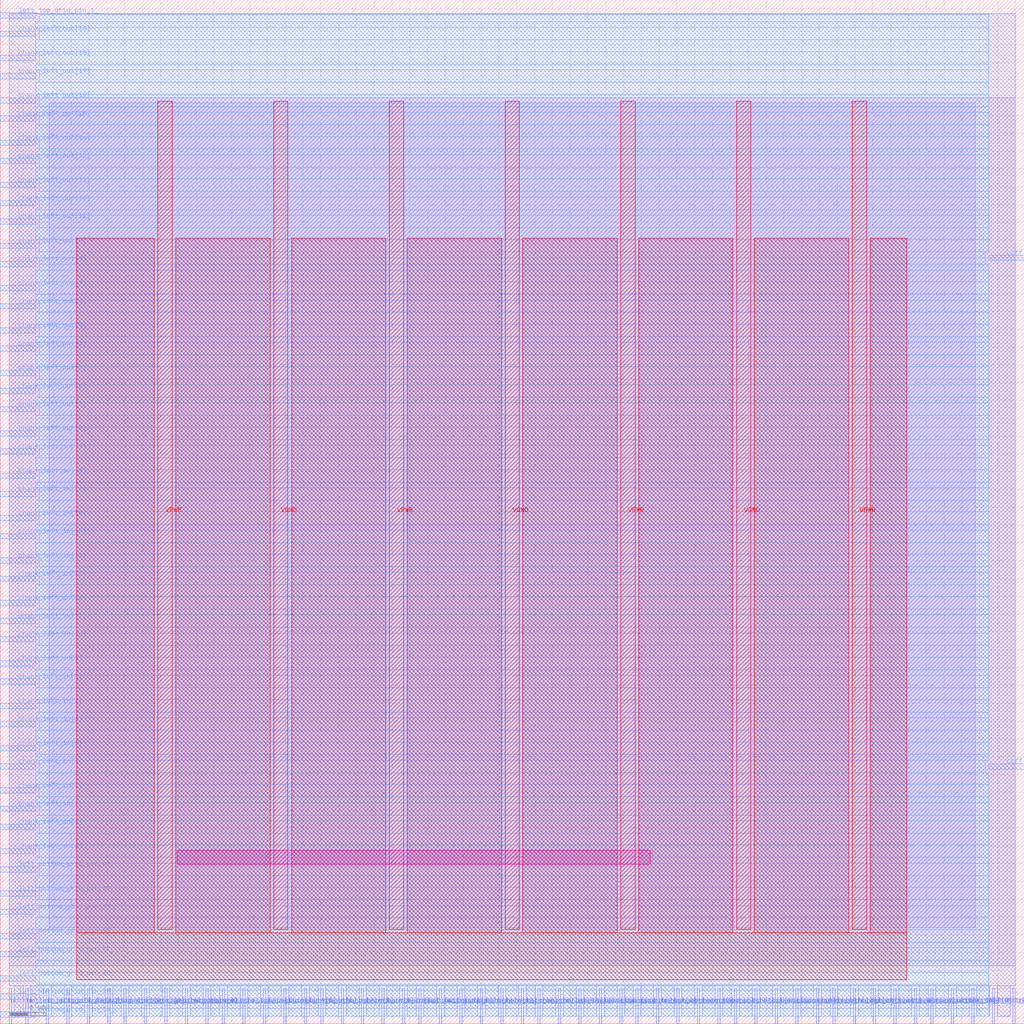
<source format=lef>
VERSION 5.7 ;
  NOWIREEXTENSIONATPIN ON ;
  DIVIDERCHAR "/" ;
  BUSBITCHARS "[]" ;
MACRO sb_2__2_
  CLASS BLOCK ;
  FOREIGN sb_2__2_ ;
  ORIGIN 0.000 0.000 ;
  SIZE 115.000 BY 115.000 ;
  PIN SC_IN_BOT
    DIRECTION INPUT ;
    USE SIGNAL ;
    PORT
      LAYER met2 ;
        RECT 109.110 0.000 109.390 4.000 ;
    END
  END SC_IN_BOT
  PIN SC_OUT_BOT
    DIRECTION OUTPUT TRISTATE ;
    USE SIGNAL ;
    PORT
      LAYER met2 ;
        RECT 111.410 0.000 111.690 4.000 ;
    END
  END SC_OUT_BOT
  PIN VGND
    DIRECTION INPUT ;
    USE GROUND ;
    PORT
      LAYER met4 ;
        RECT 30.710 10.640 32.310 103.600 ;
    END
    PORT
      LAYER met4 ;
        RECT 56.700 10.640 58.300 103.600 ;
    END
    PORT
      LAYER met4 ;
        RECT 82.690 10.640 84.290 103.600 ;
    END
  END VGND
  PIN VPWR
    DIRECTION INPUT ;
    USE POWER ;
    PORT
      LAYER met4 ;
        RECT 17.715 10.640 19.315 103.600 ;
    END
    PORT
      LAYER met4 ;
        RECT 43.705 10.640 45.305 103.600 ;
    END
    PORT
      LAYER met4 ;
        RECT 69.695 10.640 71.295 103.600 ;
    END
    PORT
      LAYER met4 ;
        RECT 95.685 10.640 97.285 103.600 ;
    END
  END VPWR
  PIN bottom_left_grid_pin_42_
    DIRECTION INPUT ;
    USE SIGNAL ;
    PORT
      LAYER met2 ;
        RECT 1.010 0.000 1.290 4.000 ;
    END
  END bottom_left_grid_pin_42_
  PIN bottom_left_grid_pin_43_
    DIRECTION INPUT ;
    USE SIGNAL ;
    PORT
      LAYER met2 ;
        RECT 2.850 0.000 3.130 4.000 ;
    END
  END bottom_left_grid_pin_43_
  PIN bottom_left_grid_pin_44_
    DIRECTION INPUT ;
    USE SIGNAL ;
    PORT
      LAYER met2 ;
        RECT 5.150 0.000 5.430 4.000 ;
    END
  END bottom_left_grid_pin_44_
  PIN bottom_left_grid_pin_45_
    DIRECTION INPUT ;
    USE SIGNAL ;
    PORT
      LAYER met2 ;
        RECT 7.450 0.000 7.730 4.000 ;
    END
  END bottom_left_grid_pin_45_
  PIN bottom_left_grid_pin_46_
    DIRECTION INPUT ;
    USE SIGNAL ;
    PORT
      LAYER met2 ;
        RECT 9.750 0.000 10.030 4.000 ;
    END
  END bottom_left_grid_pin_46_
  PIN bottom_left_grid_pin_47_
    DIRECTION INPUT ;
    USE SIGNAL ;
    PORT
      LAYER met2 ;
        RECT 12.050 0.000 12.330 4.000 ;
    END
  END bottom_left_grid_pin_47_
  PIN bottom_left_grid_pin_48_
    DIRECTION INPUT ;
    USE SIGNAL ;
    PORT
      LAYER met2 ;
        RECT 13.890 0.000 14.170 4.000 ;
    END
  END bottom_left_grid_pin_48_
  PIN bottom_left_grid_pin_49_
    DIRECTION INPUT ;
    USE SIGNAL ;
    PORT
      LAYER met2 ;
        RECT 16.190 0.000 16.470 4.000 ;
    END
  END bottom_left_grid_pin_49_
  PIN bottom_right_grid_pin_1_
    DIRECTION INPUT ;
    USE SIGNAL ;
    PORT
      LAYER met2 ;
        RECT 106.810 0.000 107.090 4.000 ;
    END
  END bottom_right_grid_pin_1_
  PIN ccff_head
    DIRECTION INPUT ;
    USE SIGNAL ;
    PORT
      LAYER met3 ;
        RECT 111.000 28.600 115.000 29.200 ;
    END
  END ccff_head
  PIN ccff_tail
    DIRECTION OUTPUT TRISTATE ;
    USE SIGNAL ;
    PORT
      LAYER met3 ;
        RECT 111.000 85.720 115.000 86.320 ;
    END
  END ccff_tail
  PIN chanx_left_in[0]
    DIRECTION INPUT ;
    USE SIGNAL ;
    PORT
      LAYER met3 ;
        RECT 0.000 19.080 4.000 19.680 ;
    END
  END chanx_left_in[0]
  PIN chanx_left_in[10]
    DIRECTION INPUT ;
    USE SIGNAL ;
    PORT
      LAYER met3 ;
        RECT 0.000 42.880 4.000 43.480 ;
    END
  END chanx_left_in[10]
  PIN chanx_left_in[11]
    DIRECTION INPUT ;
    USE SIGNAL ;
    PORT
      LAYER met3 ;
        RECT 0.000 44.920 4.000 45.520 ;
    END
  END chanx_left_in[11]
  PIN chanx_left_in[12]
    DIRECTION INPUT ;
    USE SIGNAL ;
    PORT
      LAYER met3 ;
        RECT 0.000 46.960 4.000 47.560 ;
    END
  END chanx_left_in[12]
  PIN chanx_left_in[13]
    DIRECTION INPUT ;
    USE SIGNAL ;
    PORT
      LAYER met3 ;
        RECT 0.000 49.680 4.000 50.280 ;
    END
  END chanx_left_in[13]
  PIN chanx_left_in[14]
    DIRECTION INPUT ;
    USE SIGNAL ;
    PORT
      LAYER met3 ;
        RECT 0.000 51.720 4.000 52.320 ;
    END
  END chanx_left_in[14]
  PIN chanx_left_in[15]
    DIRECTION INPUT ;
    USE SIGNAL ;
    PORT
      LAYER met3 ;
        RECT 0.000 54.440 4.000 55.040 ;
    END
  END chanx_left_in[15]
  PIN chanx_left_in[16]
    DIRECTION INPUT ;
    USE SIGNAL ;
    PORT
      LAYER met3 ;
        RECT 0.000 56.480 4.000 57.080 ;
    END
  END chanx_left_in[16]
  PIN chanx_left_in[17]
    DIRECTION INPUT ;
    USE SIGNAL ;
    PORT
      LAYER met3 ;
        RECT 0.000 59.200 4.000 59.800 ;
    END
  END chanx_left_in[17]
  PIN chanx_left_in[18]
    DIRECTION INPUT ;
    USE SIGNAL ;
    PORT
      LAYER met3 ;
        RECT 0.000 61.240 4.000 61.840 ;
    END
  END chanx_left_in[18]
  PIN chanx_left_in[19]
    DIRECTION INPUT ;
    USE SIGNAL ;
    PORT
      LAYER met3 ;
        RECT 0.000 63.960 4.000 64.560 ;
    END
  END chanx_left_in[19]
  PIN chanx_left_in[1]
    DIRECTION INPUT ;
    USE SIGNAL ;
    PORT
      LAYER met3 ;
        RECT 0.000 21.800 4.000 22.400 ;
    END
  END chanx_left_in[1]
  PIN chanx_left_in[2]
    DIRECTION INPUT ;
    USE SIGNAL ;
    PORT
      LAYER met3 ;
        RECT 0.000 23.840 4.000 24.440 ;
    END
  END chanx_left_in[2]
  PIN chanx_left_in[3]
    DIRECTION INPUT ;
    USE SIGNAL ;
    PORT
      LAYER met3 ;
        RECT 0.000 25.880 4.000 26.480 ;
    END
  END chanx_left_in[3]
  PIN chanx_left_in[4]
    DIRECTION INPUT ;
    USE SIGNAL ;
    PORT
      LAYER met3 ;
        RECT 0.000 28.600 4.000 29.200 ;
    END
  END chanx_left_in[4]
  PIN chanx_left_in[5]
    DIRECTION INPUT ;
    USE SIGNAL ;
    PORT
      LAYER met3 ;
        RECT 0.000 30.640 4.000 31.240 ;
    END
  END chanx_left_in[5]
  PIN chanx_left_in[6]
    DIRECTION INPUT ;
    USE SIGNAL ;
    PORT
      LAYER met3 ;
        RECT 0.000 33.360 4.000 33.960 ;
    END
  END chanx_left_in[6]
  PIN chanx_left_in[7]
    DIRECTION INPUT ;
    USE SIGNAL ;
    PORT
      LAYER met3 ;
        RECT 0.000 35.400 4.000 36.000 ;
    END
  END chanx_left_in[7]
  PIN chanx_left_in[8]
    DIRECTION INPUT ;
    USE SIGNAL ;
    PORT
      LAYER met3 ;
        RECT 0.000 38.120 4.000 38.720 ;
    END
  END chanx_left_in[8]
  PIN chanx_left_in[9]
    DIRECTION INPUT ;
    USE SIGNAL ;
    PORT
      LAYER met3 ;
        RECT 0.000 40.160 4.000 40.760 ;
    END
  END chanx_left_in[9]
  PIN chanx_left_out[0]
    DIRECTION OUTPUT TRISTATE ;
    USE SIGNAL ;
    PORT
      LAYER met3 ;
        RECT 0.000 66.000 4.000 66.600 ;
    END
  END chanx_left_out[0]
  PIN chanx_left_out[10]
    DIRECTION OUTPUT TRISTATE ;
    USE SIGNAL ;
    PORT
      LAYER met3 ;
        RECT 0.000 89.800 4.000 90.400 ;
    END
  END chanx_left_out[10]
  PIN chanx_left_out[11]
    DIRECTION OUTPUT TRISTATE ;
    USE SIGNAL ;
    PORT
      LAYER met3 ;
        RECT 0.000 91.840 4.000 92.440 ;
    END
  END chanx_left_out[11]
  PIN chanx_left_out[12]
    DIRECTION OUTPUT TRISTATE ;
    USE SIGNAL ;
    PORT
      LAYER met3 ;
        RECT 0.000 93.880 4.000 94.480 ;
    END
  END chanx_left_out[12]
  PIN chanx_left_out[13]
    DIRECTION OUTPUT TRISTATE ;
    USE SIGNAL ;
    PORT
      LAYER met3 ;
        RECT 0.000 96.600 4.000 97.200 ;
    END
  END chanx_left_out[13]
  PIN chanx_left_out[14]
    DIRECTION OUTPUT TRISTATE ;
    USE SIGNAL ;
    PORT
      LAYER met3 ;
        RECT 0.000 98.640 4.000 99.240 ;
    END
  END chanx_left_out[14]
  PIN chanx_left_out[15]
    DIRECTION OUTPUT TRISTATE ;
    USE SIGNAL ;
    PORT
      LAYER met3 ;
        RECT 0.000 101.360 4.000 101.960 ;
    END
  END chanx_left_out[15]
  PIN chanx_left_out[16]
    DIRECTION OUTPUT TRISTATE ;
    USE SIGNAL ;
    PORT
      LAYER met3 ;
        RECT 0.000 103.400 4.000 104.000 ;
    END
  END chanx_left_out[16]
  PIN chanx_left_out[17]
    DIRECTION OUTPUT TRISTATE ;
    USE SIGNAL ;
    PORT
      LAYER met3 ;
        RECT 0.000 106.120 4.000 106.720 ;
    END
  END chanx_left_out[17]
  PIN chanx_left_out[18]
    DIRECTION OUTPUT TRISTATE ;
    USE SIGNAL ;
    PORT
      LAYER met3 ;
        RECT 0.000 108.160 4.000 108.760 ;
    END
  END chanx_left_out[18]
  PIN chanx_left_out[19]
    DIRECTION OUTPUT TRISTATE ;
    USE SIGNAL ;
    PORT
      LAYER met3 ;
        RECT 0.000 110.880 4.000 111.480 ;
    END
  END chanx_left_out[19]
  PIN chanx_left_out[1]
    DIRECTION OUTPUT TRISTATE ;
    USE SIGNAL ;
    PORT
      LAYER met3 ;
        RECT 0.000 68.720 4.000 69.320 ;
    END
  END chanx_left_out[1]
  PIN chanx_left_out[2]
    DIRECTION OUTPUT TRISTATE ;
    USE SIGNAL ;
    PORT
      LAYER met3 ;
        RECT 0.000 70.760 4.000 71.360 ;
    END
  END chanx_left_out[2]
  PIN chanx_left_out[3]
    DIRECTION OUTPUT TRISTATE ;
    USE SIGNAL ;
    PORT
      LAYER met3 ;
        RECT 0.000 72.800 4.000 73.400 ;
    END
  END chanx_left_out[3]
  PIN chanx_left_out[4]
    DIRECTION OUTPUT TRISTATE ;
    USE SIGNAL ;
    PORT
      LAYER met3 ;
        RECT 0.000 75.520 4.000 76.120 ;
    END
  END chanx_left_out[4]
  PIN chanx_left_out[5]
    DIRECTION OUTPUT TRISTATE ;
    USE SIGNAL ;
    PORT
      LAYER met3 ;
        RECT 0.000 77.560 4.000 78.160 ;
    END
  END chanx_left_out[5]
  PIN chanx_left_out[6]
    DIRECTION OUTPUT TRISTATE ;
    USE SIGNAL ;
    PORT
      LAYER met3 ;
        RECT 0.000 80.280 4.000 80.880 ;
    END
  END chanx_left_out[6]
  PIN chanx_left_out[7]
    DIRECTION OUTPUT TRISTATE ;
    USE SIGNAL ;
    PORT
      LAYER met3 ;
        RECT 0.000 82.320 4.000 82.920 ;
    END
  END chanx_left_out[7]
  PIN chanx_left_out[8]
    DIRECTION OUTPUT TRISTATE ;
    USE SIGNAL ;
    PORT
      LAYER met3 ;
        RECT 0.000 85.040 4.000 85.640 ;
    END
  END chanx_left_out[8]
  PIN chanx_left_out[9]
    DIRECTION OUTPUT TRISTATE ;
    USE SIGNAL ;
    PORT
      LAYER met3 ;
        RECT 0.000 87.080 4.000 87.680 ;
    END
  END chanx_left_out[9]
  PIN chany_bottom_in[0]
    DIRECTION INPUT ;
    USE SIGNAL ;
    PORT
      LAYER met2 ;
        RECT 18.490 0.000 18.770 4.000 ;
    END
  END chany_bottom_in[0]
  PIN chany_bottom_in[10]
    DIRECTION INPUT ;
    USE SIGNAL ;
    PORT
      LAYER met2 ;
        RECT 40.570 0.000 40.850 4.000 ;
    END
  END chany_bottom_in[10]
  PIN chany_bottom_in[11]
    DIRECTION INPUT ;
    USE SIGNAL ;
    PORT
      LAYER met2 ;
        RECT 42.870 0.000 43.150 4.000 ;
    END
  END chany_bottom_in[11]
  PIN chany_bottom_in[12]
    DIRECTION INPUT ;
    USE SIGNAL ;
    PORT
      LAYER met2 ;
        RECT 45.170 0.000 45.450 4.000 ;
    END
  END chany_bottom_in[12]
  PIN chany_bottom_in[13]
    DIRECTION INPUT ;
    USE SIGNAL ;
    PORT
      LAYER met2 ;
        RECT 47.010 0.000 47.290 4.000 ;
    END
  END chany_bottom_in[13]
  PIN chany_bottom_in[14]
    DIRECTION INPUT ;
    USE SIGNAL ;
    PORT
      LAYER met2 ;
        RECT 49.310 0.000 49.590 4.000 ;
    END
  END chany_bottom_in[14]
  PIN chany_bottom_in[15]
    DIRECTION INPUT ;
    USE SIGNAL ;
    PORT
      LAYER met2 ;
        RECT 51.610 0.000 51.890 4.000 ;
    END
  END chany_bottom_in[15]
  PIN chany_bottom_in[16]
    DIRECTION INPUT ;
    USE SIGNAL ;
    PORT
      LAYER met2 ;
        RECT 53.910 0.000 54.190 4.000 ;
    END
  END chany_bottom_in[16]
  PIN chany_bottom_in[17]
    DIRECTION INPUT ;
    USE SIGNAL ;
    PORT
      LAYER met2 ;
        RECT 56.210 0.000 56.490 4.000 ;
    END
  END chany_bottom_in[17]
  PIN chany_bottom_in[18]
    DIRECTION INPUT ;
    USE SIGNAL ;
    PORT
      LAYER met2 ;
        RECT 58.510 0.000 58.790 4.000 ;
    END
  END chany_bottom_in[18]
  PIN chany_bottom_in[19]
    DIRECTION INPUT ;
    USE SIGNAL ;
    PORT
      LAYER met2 ;
        RECT 60.350 0.000 60.630 4.000 ;
    END
  END chany_bottom_in[19]
  PIN chany_bottom_in[1]
    DIRECTION INPUT ;
    USE SIGNAL ;
    PORT
      LAYER met2 ;
        RECT 20.790 0.000 21.070 4.000 ;
    END
  END chany_bottom_in[1]
  PIN chany_bottom_in[2]
    DIRECTION INPUT ;
    USE SIGNAL ;
    PORT
      LAYER met2 ;
        RECT 23.090 0.000 23.370 4.000 ;
    END
  END chany_bottom_in[2]
  PIN chany_bottom_in[3]
    DIRECTION INPUT ;
    USE SIGNAL ;
    PORT
      LAYER met2 ;
        RECT 24.930 0.000 25.210 4.000 ;
    END
  END chany_bottom_in[3]
  PIN chany_bottom_in[4]
    DIRECTION INPUT ;
    USE SIGNAL ;
    PORT
      LAYER met2 ;
        RECT 27.230 0.000 27.510 4.000 ;
    END
  END chany_bottom_in[4]
  PIN chany_bottom_in[5]
    DIRECTION INPUT ;
    USE SIGNAL ;
    PORT
      LAYER met2 ;
        RECT 29.530 0.000 29.810 4.000 ;
    END
  END chany_bottom_in[5]
  PIN chany_bottom_in[6]
    DIRECTION INPUT ;
    USE SIGNAL ;
    PORT
      LAYER met2 ;
        RECT 31.830 0.000 32.110 4.000 ;
    END
  END chany_bottom_in[6]
  PIN chany_bottom_in[7]
    DIRECTION INPUT ;
    USE SIGNAL ;
    PORT
      LAYER met2 ;
        RECT 34.130 0.000 34.410 4.000 ;
    END
  END chany_bottom_in[7]
  PIN chany_bottom_in[8]
    DIRECTION INPUT ;
    USE SIGNAL ;
    PORT
      LAYER met2 ;
        RECT 35.970 0.000 36.250 4.000 ;
    END
  END chany_bottom_in[8]
  PIN chany_bottom_in[9]
    DIRECTION INPUT ;
    USE SIGNAL ;
    PORT
      LAYER met2 ;
        RECT 38.270 0.000 38.550 4.000 ;
    END
  END chany_bottom_in[9]
  PIN chany_bottom_out[0]
    DIRECTION OUTPUT TRISTATE ;
    USE SIGNAL ;
    PORT
      LAYER met2 ;
        RECT 62.650 0.000 62.930 4.000 ;
    END
  END chany_bottom_out[0]
  PIN chany_bottom_out[10]
    DIRECTION OUTPUT TRISTATE ;
    USE SIGNAL ;
    PORT
      LAYER met2 ;
        RECT 84.730 0.000 85.010 4.000 ;
    END
  END chany_bottom_out[10]
  PIN chany_bottom_out[11]
    DIRECTION OUTPUT TRISTATE ;
    USE SIGNAL ;
    PORT
      LAYER met2 ;
        RECT 87.030 0.000 87.310 4.000 ;
    END
  END chany_bottom_out[11]
  PIN chany_bottom_out[12]
    DIRECTION OUTPUT TRISTATE ;
    USE SIGNAL ;
    PORT
      LAYER met2 ;
        RECT 89.330 0.000 89.610 4.000 ;
    END
  END chany_bottom_out[12]
  PIN chany_bottom_out[13]
    DIRECTION OUTPUT TRISTATE ;
    USE SIGNAL ;
    PORT
      LAYER met2 ;
        RECT 91.630 0.000 91.910 4.000 ;
    END
  END chany_bottom_out[13]
  PIN chany_bottom_out[14]
    DIRECTION OUTPUT TRISTATE ;
    USE SIGNAL ;
    PORT
      LAYER met2 ;
        RECT 93.470 0.000 93.750 4.000 ;
    END
  END chany_bottom_out[14]
  PIN chany_bottom_out[15]
    DIRECTION OUTPUT TRISTATE ;
    USE SIGNAL ;
    PORT
      LAYER met2 ;
        RECT 95.770 0.000 96.050 4.000 ;
    END
  END chany_bottom_out[15]
  PIN chany_bottom_out[16]
    DIRECTION OUTPUT TRISTATE ;
    USE SIGNAL ;
    PORT
      LAYER met2 ;
        RECT 98.070 0.000 98.350 4.000 ;
    END
  END chany_bottom_out[16]
  PIN chany_bottom_out[17]
    DIRECTION OUTPUT TRISTATE ;
    USE SIGNAL ;
    PORT
      LAYER met2 ;
        RECT 100.370 0.000 100.650 4.000 ;
    END
  END chany_bottom_out[17]
  PIN chany_bottom_out[18]
    DIRECTION OUTPUT TRISTATE ;
    USE SIGNAL ;
    PORT
      LAYER met2 ;
        RECT 102.670 0.000 102.950 4.000 ;
    END
  END chany_bottom_out[18]
  PIN chany_bottom_out[19]
    DIRECTION OUTPUT TRISTATE ;
    USE SIGNAL ;
    PORT
      LAYER met2 ;
        RECT 104.510 0.000 104.790 4.000 ;
    END
  END chany_bottom_out[19]
  PIN chany_bottom_out[1]
    DIRECTION OUTPUT TRISTATE ;
    USE SIGNAL ;
    PORT
      LAYER met2 ;
        RECT 64.950 0.000 65.230 4.000 ;
    END
  END chany_bottom_out[1]
  PIN chany_bottom_out[2]
    DIRECTION OUTPUT TRISTATE ;
    USE SIGNAL ;
    PORT
      LAYER met2 ;
        RECT 67.250 0.000 67.530 4.000 ;
    END
  END chany_bottom_out[2]
  PIN chany_bottom_out[3]
    DIRECTION OUTPUT TRISTATE ;
    USE SIGNAL ;
    PORT
      LAYER met2 ;
        RECT 69.550 0.000 69.830 4.000 ;
    END
  END chany_bottom_out[3]
  PIN chany_bottom_out[4]
    DIRECTION OUTPUT TRISTATE ;
    USE SIGNAL ;
    PORT
      LAYER met2 ;
        RECT 71.390 0.000 71.670 4.000 ;
    END
  END chany_bottom_out[4]
  PIN chany_bottom_out[5]
    DIRECTION OUTPUT TRISTATE ;
    USE SIGNAL ;
    PORT
      LAYER met2 ;
        RECT 73.690 0.000 73.970 4.000 ;
    END
  END chany_bottom_out[5]
  PIN chany_bottom_out[6]
    DIRECTION OUTPUT TRISTATE ;
    USE SIGNAL ;
    PORT
      LAYER met2 ;
        RECT 75.990 0.000 76.270 4.000 ;
    END
  END chany_bottom_out[6]
  PIN chany_bottom_out[7]
    DIRECTION OUTPUT TRISTATE ;
    USE SIGNAL ;
    PORT
      LAYER met2 ;
        RECT 78.290 0.000 78.570 4.000 ;
    END
  END chany_bottom_out[7]
  PIN chany_bottom_out[8]
    DIRECTION OUTPUT TRISTATE ;
    USE SIGNAL ;
    PORT
      LAYER met2 ;
        RECT 80.590 0.000 80.870 4.000 ;
    END
  END chany_bottom_out[8]
  PIN chany_bottom_out[9]
    DIRECTION OUTPUT TRISTATE ;
    USE SIGNAL ;
    PORT
      LAYER met2 ;
        RECT 82.430 0.000 82.710 4.000 ;
    END
  END chany_bottom_out[9]
  PIN left_bottom_grid_pin_34_
    DIRECTION INPUT ;
    USE SIGNAL ;
    PORT
      LAYER met3 ;
        RECT 0.000 0.720 4.000 1.320 ;
    END
  END left_bottom_grid_pin_34_
  PIN left_bottom_grid_pin_35_
    DIRECTION INPUT ;
    USE SIGNAL ;
    PORT
      LAYER met3 ;
        RECT 0.000 2.760 4.000 3.360 ;
    END
  END left_bottom_grid_pin_35_
  PIN left_bottom_grid_pin_36_
    DIRECTION INPUT ;
    USE SIGNAL ;
    PORT
      LAYER met3 ;
        RECT 0.000 4.800 4.000 5.400 ;
    END
  END left_bottom_grid_pin_36_
  PIN left_bottom_grid_pin_37_
    DIRECTION INPUT ;
    USE SIGNAL ;
    PORT
      LAYER met3 ;
        RECT 0.000 7.520 4.000 8.120 ;
    END
  END left_bottom_grid_pin_37_
  PIN left_bottom_grid_pin_38_
    DIRECTION INPUT ;
    USE SIGNAL ;
    PORT
      LAYER met3 ;
        RECT 0.000 9.560 4.000 10.160 ;
    END
  END left_bottom_grid_pin_38_
  PIN left_bottom_grid_pin_39_
    DIRECTION INPUT ;
    USE SIGNAL ;
    PORT
      LAYER met3 ;
        RECT 0.000 12.280 4.000 12.880 ;
    END
  END left_bottom_grid_pin_39_
  PIN left_bottom_grid_pin_40_
    DIRECTION INPUT ;
    USE SIGNAL ;
    PORT
      LAYER met3 ;
        RECT 0.000 14.320 4.000 14.920 ;
    END
  END left_bottom_grid_pin_40_
  PIN left_bottom_grid_pin_41_
    DIRECTION INPUT ;
    USE SIGNAL ;
    PORT
      LAYER met3 ;
        RECT 0.000 17.040 4.000 17.640 ;
    END
  END left_bottom_grid_pin_41_
  PIN left_top_grid_pin_1_
    DIRECTION INPUT ;
    USE SIGNAL ;
    PORT
      LAYER met3 ;
        RECT 0.000 112.920 4.000 113.520 ;
    END
  END left_top_grid_pin_1_
  PIN prog_clk_0_S_in
    DIRECTION INPUT ;
    USE SIGNAL ;
    PORT
      LAYER met2 ;
        RECT 113.710 0.000 113.990 4.000 ;
    END
  END prog_clk_0_S_in
  OBS
      LAYER li1 ;
        RECT 5.520 10.795 109.480 103.445 ;
      LAYER met1 ;
        RECT 0.990 6.500 114.010 104.000 ;
      LAYER met2 ;
        RECT 1.020 4.280 113.980 113.405 ;
        RECT 1.570 0.835 2.570 4.280 ;
        RECT 3.410 0.835 4.870 4.280 ;
        RECT 5.710 0.835 7.170 4.280 ;
        RECT 8.010 0.835 9.470 4.280 ;
        RECT 10.310 0.835 11.770 4.280 ;
        RECT 12.610 0.835 13.610 4.280 ;
        RECT 14.450 0.835 15.910 4.280 ;
        RECT 16.750 0.835 18.210 4.280 ;
        RECT 19.050 0.835 20.510 4.280 ;
        RECT 21.350 0.835 22.810 4.280 ;
        RECT 23.650 0.835 24.650 4.280 ;
        RECT 25.490 0.835 26.950 4.280 ;
        RECT 27.790 0.835 29.250 4.280 ;
        RECT 30.090 0.835 31.550 4.280 ;
        RECT 32.390 0.835 33.850 4.280 ;
        RECT 34.690 0.835 35.690 4.280 ;
        RECT 36.530 0.835 37.990 4.280 ;
        RECT 38.830 0.835 40.290 4.280 ;
        RECT 41.130 0.835 42.590 4.280 ;
        RECT 43.430 0.835 44.890 4.280 ;
        RECT 45.730 0.835 46.730 4.280 ;
        RECT 47.570 0.835 49.030 4.280 ;
        RECT 49.870 0.835 51.330 4.280 ;
        RECT 52.170 0.835 53.630 4.280 ;
        RECT 54.470 0.835 55.930 4.280 ;
        RECT 56.770 0.835 58.230 4.280 ;
        RECT 59.070 0.835 60.070 4.280 ;
        RECT 60.910 0.835 62.370 4.280 ;
        RECT 63.210 0.835 64.670 4.280 ;
        RECT 65.510 0.835 66.970 4.280 ;
        RECT 67.810 0.835 69.270 4.280 ;
        RECT 70.110 0.835 71.110 4.280 ;
        RECT 71.950 0.835 73.410 4.280 ;
        RECT 74.250 0.835 75.710 4.280 ;
        RECT 76.550 0.835 78.010 4.280 ;
        RECT 78.850 0.835 80.310 4.280 ;
        RECT 81.150 0.835 82.150 4.280 ;
        RECT 82.990 0.835 84.450 4.280 ;
        RECT 85.290 0.835 86.750 4.280 ;
        RECT 87.590 0.835 89.050 4.280 ;
        RECT 89.890 0.835 91.350 4.280 ;
        RECT 92.190 0.835 93.190 4.280 ;
        RECT 94.030 0.835 95.490 4.280 ;
        RECT 96.330 0.835 97.790 4.280 ;
        RECT 98.630 0.835 100.090 4.280 ;
        RECT 100.930 0.835 102.390 4.280 ;
        RECT 103.230 0.835 104.230 4.280 ;
        RECT 105.070 0.835 106.530 4.280 ;
        RECT 107.370 0.835 108.830 4.280 ;
        RECT 109.670 0.835 111.130 4.280 ;
        RECT 111.970 0.835 113.430 4.280 ;
      LAYER met3 ;
        RECT 4.400 112.520 111.000 113.385 ;
        RECT 3.990 111.880 111.000 112.520 ;
        RECT 4.400 110.480 111.000 111.880 ;
        RECT 3.990 109.160 111.000 110.480 ;
        RECT 4.400 107.760 111.000 109.160 ;
        RECT 3.990 107.120 111.000 107.760 ;
        RECT 4.400 105.720 111.000 107.120 ;
        RECT 3.990 104.400 111.000 105.720 ;
        RECT 4.400 103.000 111.000 104.400 ;
        RECT 3.990 102.360 111.000 103.000 ;
        RECT 4.400 100.960 111.000 102.360 ;
        RECT 3.990 99.640 111.000 100.960 ;
        RECT 4.400 98.240 111.000 99.640 ;
        RECT 3.990 97.600 111.000 98.240 ;
        RECT 4.400 96.200 111.000 97.600 ;
        RECT 3.990 94.880 111.000 96.200 ;
        RECT 4.400 93.480 111.000 94.880 ;
        RECT 3.990 92.840 111.000 93.480 ;
        RECT 4.400 91.440 111.000 92.840 ;
        RECT 3.990 90.800 111.000 91.440 ;
        RECT 4.400 89.400 111.000 90.800 ;
        RECT 3.990 88.080 111.000 89.400 ;
        RECT 4.400 86.720 111.000 88.080 ;
        RECT 4.400 86.680 110.600 86.720 ;
        RECT 3.990 86.040 110.600 86.680 ;
        RECT 4.400 85.320 110.600 86.040 ;
        RECT 4.400 84.640 111.000 85.320 ;
        RECT 3.990 83.320 111.000 84.640 ;
        RECT 4.400 81.920 111.000 83.320 ;
        RECT 3.990 81.280 111.000 81.920 ;
        RECT 4.400 79.880 111.000 81.280 ;
        RECT 3.990 78.560 111.000 79.880 ;
        RECT 4.400 77.160 111.000 78.560 ;
        RECT 3.990 76.520 111.000 77.160 ;
        RECT 4.400 75.120 111.000 76.520 ;
        RECT 3.990 73.800 111.000 75.120 ;
        RECT 4.400 72.400 111.000 73.800 ;
        RECT 3.990 71.760 111.000 72.400 ;
        RECT 4.400 70.360 111.000 71.760 ;
        RECT 3.990 69.720 111.000 70.360 ;
        RECT 4.400 68.320 111.000 69.720 ;
        RECT 3.990 67.000 111.000 68.320 ;
        RECT 4.400 65.600 111.000 67.000 ;
        RECT 3.990 64.960 111.000 65.600 ;
        RECT 4.400 63.560 111.000 64.960 ;
        RECT 3.990 62.240 111.000 63.560 ;
        RECT 4.400 60.840 111.000 62.240 ;
        RECT 3.990 60.200 111.000 60.840 ;
        RECT 4.400 58.800 111.000 60.200 ;
        RECT 3.990 57.480 111.000 58.800 ;
        RECT 4.400 56.080 111.000 57.480 ;
        RECT 3.990 55.440 111.000 56.080 ;
        RECT 4.400 54.040 111.000 55.440 ;
        RECT 3.990 52.720 111.000 54.040 ;
        RECT 4.400 51.320 111.000 52.720 ;
        RECT 3.990 50.680 111.000 51.320 ;
        RECT 4.400 49.280 111.000 50.680 ;
        RECT 3.990 47.960 111.000 49.280 ;
        RECT 4.400 46.560 111.000 47.960 ;
        RECT 3.990 45.920 111.000 46.560 ;
        RECT 4.400 44.520 111.000 45.920 ;
        RECT 3.990 43.880 111.000 44.520 ;
        RECT 4.400 42.480 111.000 43.880 ;
        RECT 3.990 41.160 111.000 42.480 ;
        RECT 4.400 39.760 111.000 41.160 ;
        RECT 3.990 39.120 111.000 39.760 ;
        RECT 4.400 37.720 111.000 39.120 ;
        RECT 3.990 36.400 111.000 37.720 ;
        RECT 4.400 35.000 111.000 36.400 ;
        RECT 3.990 34.360 111.000 35.000 ;
        RECT 4.400 32.960 111.000 34.360 ;
        RECT 3.990 31.640 111.000 32.960 ;
        RECT 4.400 30.240 111.000 31.640 ;
        RECT 3.990 29.600 111.000 30.240 ;
        RECT 4.400 28.200 110.600 29.600 ;
        RECT 3.990 26.880 111.000 28.200 ;
        RECT 4.400 25.480 111.000 26.880 ;
        RECT 3.990 24.840 111.000 25.480 ;
        RECT 4.400 23.440 111.000 24.840 ;
        RECT 3.990 22.800 111.000 23.440 ;
        RECT 4.400 21.400 111.000 22.800 ;
        RECT 3.990 20.080 111.000 21.400 ;
        RECT 4.400 18.680 111.000 20.080 ;
        RECT 3.990 18.040 111.000 18.680 ;
        RECT 4.400 16.640 111.000 18.040 ;
        RECT 3.990 15.320 111.000 16.640 ;
        RECT 4.400 13.920 111.000 15.320 ;
        RECT 3.990 13.280 111.000 13.920 ;
        RECT 4.400 11.880 111.000 13.280 ;
        RECT 3.990 10.560 111.000 11.880 ;
        RECT 4.400 9.160 111.000 10.560 ;
        RECT 3.990 8.520 111.000 9.160 ;
        RECT 4.400 7.120 111.000 8.520 ;
        RECT 3.990 5.800 111.000 7.120 ;
        RECT 4.400 4.400 111.000 5.800 ;
        RECT 3.990 3.760 111.000 4.400 ;
        RECT 4.400 2.360 111.000 3.760 ;
        RECT 3.990 1.720 111.000 2.360 ;
        RECT 4.400 0.855 111.000 1.720 ;
      LAYER met4 ;
        RECT 8.575 10.240 17.315 88.225 ;
        RECT 19.715 10.240 30.310 88.225 ;
        RECT 32.710 10.240 43.305 88.225 ;
        RECT 45.705 10.240 56.300 88.225 ;
        RECT 58.700 10.240 69.295 88.225 ;
        RECT 71.695 10.240 82.290 88.225 ;
        RECT 84.690 10.240 95.285 88.225 ;
        RECT 97.685 10.240 101.825 88.225 ;
        RECT 8.575 4.935 101.825 10.240 ;
      LAYER met5 ;
        RECT 19.900 17.900 73.020 19.500 ;
  END
END sb_2__2_
END LIBRARY


</source>
